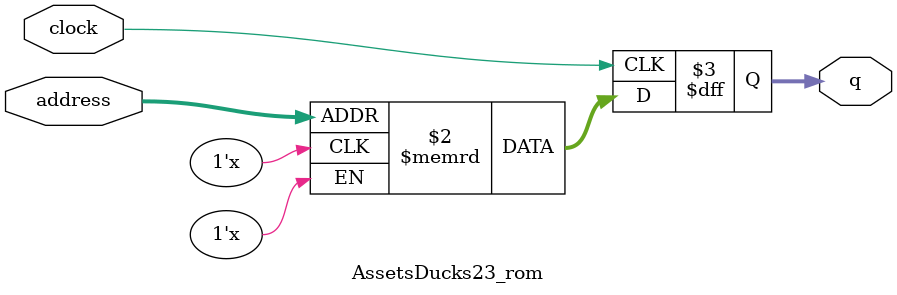
<source format=sv>
module AssetsDucks23_rom (
	input logic clock,
	input logic [11:0] address,
	output logic [3:0] q
);

logic [3:0] memory [0:4095] /* synthesis ram_init_file = "./AssetsDucks23/AssetsDucks23.mif" */;

always_ff @ (posedge clock) begin
	q <= memory[address];
end

endmodule

</source>
